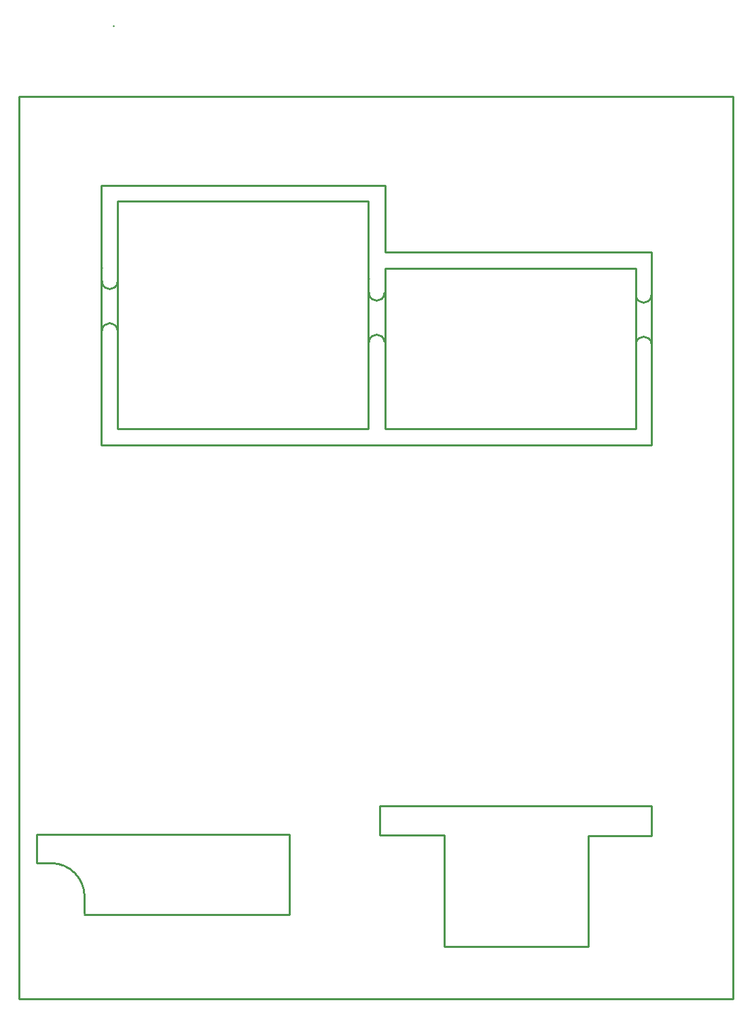
<source format=gko>
%FSLAX43Y43*%
%MOMM*%
G71*
G01*
G75*
%ADD10C,0.300*%
%ADD11C,0.500*%
%ADD12C,0.600*%
%ADD13C,2.000*%
%ADD14C,5.000*%
%ADD15R,1.500X1.500*%
%ADD16C,1.500*%
%ADD17R,2.000X2.000*%
%ADD18C,3.500*%
%ADD19C,2.500*%
%ADD20C,1.200*%
%ADD21C,1.100*%
%ADD22R,2.800X3.200*%
%ADD23R,0.300X1.300*%
%ADD24R,1.600X0.800*%
%ADD25R,3.000X2.000*%
%ADD26R,1.000X0.800*%
%ADD27R,0.500X2.500*%
%ADD28R,2.000X2.500*%
%ADD29R,0.800X1.000*%
%ADD30O,0.350X1.800*%
%ADD31O,0.350X1.800*%
%ADD32R,0.600X2.200*%
%ADD33R,0.600X2.200*%
%ADD34R,0.600X2.150*%
%ADD35R,0.600X2.150*%
%ADD36R,1.800X1.600*%
%ADD37R,1.450X0.550*%
%ADD38R,1.450X0.550*%
%ADD39R,1.300X0.850*%
%ADD40C,0.400*%
%ADD41C,0.250*%
%ADD42C,0.200*%
%ADD43C,0.254*%
%ADD44C,0.100*%
%ADD45C,0.250*%
%ADD46C,2.203*%
%ADD47C,5.203*%
%ADD48R,1.703X1.703*%
%ADD49C,1.703*%
%ADD50R,2.203X2.203*%
%ADD51C,3.703*%
%ADD52C,2.703*%
%ADD53C,1.403*%
%ADD54C,1.303*%
%ADD55R,3.003X3.403*%
%ADD56R,0.503X1.503*%
%ADD57R,1.803X1.003*%
%ADD58R,3.203X2.203*%
%ADD59R,1.203X1.003*%
%ADD60R,0.703X2.703*%
%ADD61R,2.203X2.703*%
%ADD62R,1.003X1.203*%
%ADD63O,0.553X2.003*%
%ADD64O,0.553X2.003*%
%ADD65R,0.803X2.403*%
%ADD66R,0.803X2.403*%
%ADD67R,0.803X2.353*%
%ADD68R,0.803X2.353*%
%ADD69R,2.003X1.803*%
%ADD70R,1.653X0.753*%
%ADD71R,1.653X0.753*%
%ADD72R,1.503X1.053*%
D41*
X37641Y83172D02*
G03*
X39559Y83177I959J53D01*
G01*
X39559Y77128D02*
G03*
X37641Y77123I-959J-53D01*
G01*
X70916Y82922D02*
G03*
X72834Y82927I959J53D01*
G01*
X72834Y76878D02*
G03*
X70916Y76873I-959J-53D01*
G01*
X4366Y84597D02*
G03*
X6284Y84602I959J53D01*
G01*
X6284Y78553D02*
G03*
X4366Y78548I-959J-53D01*
G01*
X5800Y116550D02*
G03*
X5800Y116550I0J0D01*
G01*
G03*
X5800Y116550I0J0D01*
G01*
G03*
X5800Y116550I0J0D01*
G01*
G03*
X5800Y116550I0J0D01*
G01*
G03*
X5800Y116550I0J0D01*
G01*
G03*
X5800Y116550I0J0D01*
G01*
G03*
X5800Y116550I0J0D01*
G01*
G03*
X5800Y116550I0J0D01*
G01*
X-1981Y12175D02*
G03*
X-1976Y12180I0J5D01*
G01*
X-3750Y12175D02*
G03*
X-3750Y12175I0J0D01*
G01*
X37600Y83325D02*
X37600Y83325D01*
X37600Y84985D02*
X37600Y84985D01*
X70875Y83075D02*
X70875Y83075D01*
X70875Y84735D02*
X70875Y84735D01*
X4325Y84750D02*
X4325Y84750D01*
X4325Y86410D02*
X4325Y86410D01*
X6300Y94650D02*
X37550D01*
X4300Y64325D02*
X4350Y64275D01*
X2150Y5800D02*
X27750D01*
X-3750Y12175D02*
X-3750Y15800D01*
X27750Y5800D02*
Y15800D01*
X12000D02*
X27750D01*
X-3750D02*
X12050D01*
X-6000Y-4700D02*
X83000D01*
X-6000D02*
Y107700D01*
Y107700D02*
X83000D01*
X4300Y64275D02*
Y96650D01*
X72850Y64275D02*
Y88300D01*
X36300Y66300D02*
X37550D01*
X39625Y66300D02*
Y86300D01*
X24200Y64275D02*
X72850D01*
X4300D02*
X28100D01*
X37550Y66300D02*
Y94650D01*
X6300Y66300D02*
Y94650D01*
X4350Y96650D02*
X39625D01*
X70875Y66300D02*
Y86300D01*
X83000Y92350D02*
Y107700D01*
Y6000D02*
Y96800D01*
Y-4700D02*
Y10250D01*
X39625Y66300D02*
X70825D01*
X72800Y64275D02*
X72850Y64325D01*
X2175Y5925D02*
X2180Y8000D01*
X-3750Y12175D02*
X-1981D01*
X39675Y86300D02*
X70875D01*
X47000Y1800D02*
X65000D01*
Y15575D01*
X72875D01*
Y19275D01*
X39000D02*
X72875D01*
X39000Y15675D02*
Y19275D01*
Y15675D02*
X47000D01*
X47000Y1800D02*
Y15675D01*
X47000Y15675D02*
X47000Y15675D01*
X6325Y66300D02*
X37225D01*
X39625Y88300D02*
X72850D01*
X39625D02*
Y96650D01*
D43*
X2180Y8000D02*
G03*
X-1976Y12180I-4180J0D01*
G01*
M02*

</source>
